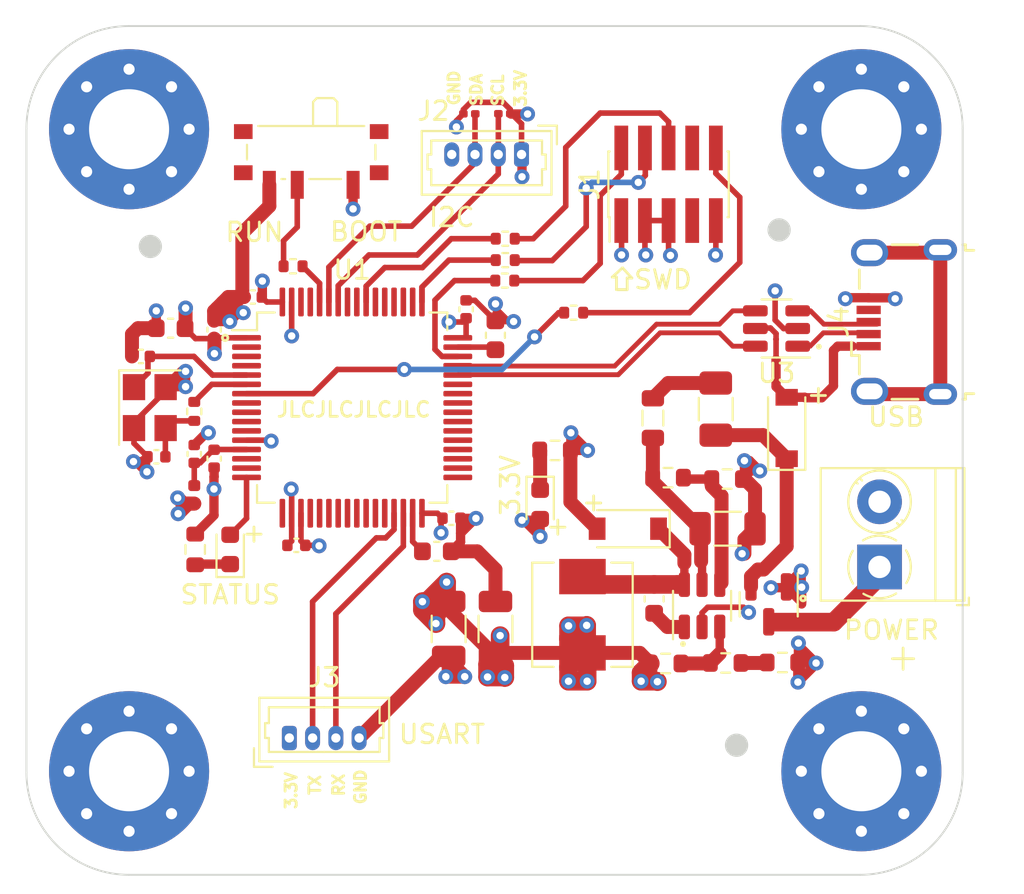
<source format=kicad_pcb>
(kicad_pcb (version 20211014) (generator pcbnew)
  (title_block (title "STM32_USB_Buck") (date "2022-05-17") (rev "v1.0") (company "Polar"))
  (layers (0 "F.Cu" signal) (1 "In1.Cu" power) (2 "In2.Cu" power) (31 "B.Cu" signal) (34 "B.Paste" user) (35 "F.Paste" user) (36 "B.SilkS" user "B.Silkscreen") (37 "F.SilkS" user "F.Silkscreen") (38 "B.Mask" user) (39 "F.Mask" user) (44 "Edge.Cuts" user))
  (net 0 "")
  (net 1 "+3V3")
  (net 2 "GND")
  (net 3 "Net-(C7-Pad1)")
  (net 4 "Net-(C8-Pad1)")
  (net 5 "HSE_IN")
  (net 6 "Net-(C10-Pad1)")
  (net 7 "+3.3VA")
  (net 8 "BUCK_IN")
  (net 9 "BUCK_BST")
  (net 10 "BUCK_SW")
  (net 11 "Net-(D1-Pad1)")
  (net 12 "LTE_STATUS")
  (net 13 "Net-(D2-Pad1)")
  (net 14 "+5V")
  (net 15 "Net-(D4-Pad1)")
  (net 16 "+12V")
  (net 17 "Net-(J1-Pad2)")
  (net 18 "Net-(J1-Pad4)")
  (net 19 "Net-(J1-Pad6)")
  (net 22 "Net-(J1-Pad10)")
  (net 23 "I2C1_SCL")
  (net 24 "I2C1_SDA")
  (net 25 "USART3_TX")
  (net 26 "USART3_RX")
  (net 27 "USB_CONN_D-")
  (net 28 "USB_CONN_D+")
  (net 30 "unconnected-(J4-Pad6)")
  (net 31 "BOOT0")
  (net 32 "Net-(R1-Pad2)")
  (net 33 "HSE_OUT")
  (net 34 "BUCK_EN")
  (net 35 "BUCK_FB")
  (net 36 "Net-(R10-Pad1)")
  (net 37 "SWDIO")
  (net 38 "SWCLK")
  (net 39 "SWO")
  (net 40 "NRST")
  (net 71 "USB_D-")
  (net 72 "USB_D+")
  (net 82 "Net-(F1-Pad2)")
  (footprint "Resistor_SMD:R_0603_1608Metric" (layer "F.Cu") (at 159.8168 117.094)
    (fp_text reference "R10")
    (fp_text value "15k")
  )
  (footprint "LED_SMD:LED_0603_1608Metric" (layer "F.Cu") (at 146.8 108.6 -90)
    (fp_text reference "D4")
    (fp_text value "RED")
  )
  (footprint "MountingHole:MountingHole_4.3mm_M4_Pad_Via" (layer "F.Cu") (at 164.0586 88.4428)
    (fp_text reference "H1")
    (fp_text value "MountingHole_Pad")
  )
  (footprint "Diode_SMD:D_SOD-123" (layer "F.Cu") (at 160.0454 104.4956 90)
    (fp_text reference "D2")
    (fp_text value "B5817W")
  )
  (footprint "Capacitor_SMD:C_0603_1608Metric" (layer "F.Cu") (at 144.3962 99.5138 90)
    (fp_text reference "C8")
    (fp_text value "2u2")
  )
  (footprint "LED_SMD:LED_0603_1608Metric" (layer "F.Cu") (at 130.1468 111.02 90)
    (fp_text reference "D1")
    (fp_text value "BLUE")
  )
  (footprint "Resistor_SMD:R_0402_1005Metric" (layer "F.Cu") (at 144.925 94.325 180)
    (fp_text reference "R14")
    (fp_text value "22")
  )
  (footprint "Capacitor_SMD:C_0402_1005Metric" (layer "F.Cu") (at 128.2164 105.8892 90)
    (fp_text reference "C11")
    (fp_text value "1u")
  )
  (footprint "Resistor_SMD:R_0603_1608Metric" (layer "F.Cu") (at 156.845 107.2388)
    (fp_text reference "R7")
    (fp_text value "68k")
  )
  (footprint "Capacitor_SMD:C_1206_3216Metric" (layer "F.Cu") (at 156.8704 109.9058)
    (fp_text reference "C13")
    (fp_text value "10u")
  )
  (footprint "Package_TO_SOT_SMD:SOT-23" (layer "F.Cu") (at 159.0802 113.9698 -90)
    (fp_text reference "Q1")
    (fp_text value "AO3401A")
  )
  (footprint "Button_Switch_SMD:SW_SPDT_PCM12" (layer "F.Cu") (at 134.5 90 180)
    (fp_text reference "SW1")
    (fp_text value "SW_SPDT")
  )
  (footprint "Resistor_SMD:R_0603_1608Metric" (layer "F.Cu") (at 156.7688 117.1194)
    (fp_text reference "R9")
    (fp_text value "270")
  )
  (footprint "Inductor_SMD:L_0805_2012Metric" (layer "F.Cu") (at 152.8572 103.9622 -90)
    (fp_text reference "FB1")
    (fp_text value "600 @ 600MHz")
  )
  (footprint "Diode_SMD:D_SOD-123" (layer "F.Cu") (at 151.511 109.9058 180)
    (fp_text reference "D3")
    (fp_text value "B5817W")
  )
  (footprint "Capacitor_SMD:C_0603_1608Metric" (layer "F.Cu") (at 152.925 113.675 90)
    (fp_text reference "C14")
    (fp_text value "10n")
  )
  (footprint "Capacitor_SMD:C_0603_1608Metric" (layer "F.Cu") (at 126.9464 99.1328 180)
    (fp_text reference "C1")
    (fp_text value "4u7")
  )
  (footprint "Resistor_SMD:R_0402_1005Metric" (layer "F.Cu") (at 148.6 98.3 180)
    (fp_text reference "R15")
    (fp_text value "22")
  )
  (footprint "Capacitor_SMD:C_1206_3216Metric" (layer "F.Cu") (at 141.8854 115.2906 90)
    (fp_text reference "C16")
    (fp_text value "10u")
  )
  (footprint "Capacitor_SMD:C_0402_1005Metric" (layer "F.Cu") (at 131.366 97.4564 180)
    (fp_text reference "C6")
    (fp_text value "100n")
  )
  (footprint "Package_TO_SOT_SMD:SOT-23-6" (layer "F.Cu") (at 155.4988 114.046 90)
    (fp_text reference "U2")
    (fp_text value "MP2359DJ-LF-Z")
  )
  (footprint "Crystal:Crystal_SMD_3225-4Pin_3.2x2.5mm" (layer "F.Cu") (at 125.8288 103.4 -90)
    (fp_text reference "Y1")
    (fp_text value "16MHz")
  )
  (footprint "Resistor_SMD:R_0603_1608Metric" (layer "F.Cu") (at 128.2672 111.02 90)
    (fp_text reference "R5")
    (fp_text value "1k5")
  )
  (footprint "Resistor_SMD:R_0603_1608Metric" (layer "F.Cu") (at 153.67 107.1626)
    (fp_text reference "R6")
    (fp_text value "100k")
  )
  (footprint "Resistor_SMD:R_0402_1005Metric" (layer "F.Cu") (at 133.525 95.8054 180)
    (fp_text reference "R1")
    (fp_text value "10k")
  )
  (footprint "Package_QFP:LQFP-64_10x10mm_P0.5mm" (layer "F.Cu") (at 136.7 103.4)
    (fp_text reference "U1")
    (fp_text value "STM32F405RGT6")
  )
  (footprint "Resistor_SMD:R_0402_1005Metric" (layer "F.Cu") (at 128.2164 103.6032 -90)
    (fp_text reference "R2")
    (fp_text value "47")
  )
  (footprint "Package_TO_SOT_SMD:SOT-23-6" (layer "F.Cu") (at 159.5 99.15 180)
    (fp_text reference "U3")
    (fp_text value "USBLC6-2SC6")
  )
  (footprint "Inductor_SMD:L_Sunlord_MWSA0518_5.4x5.2mm" (layer "F.Cu") (at 149.0726 114.5286 -90)
    (fp_text reference "L2")
    (fp_text value "10u")
  )
  (footprint "MountingHole:MountingHole_4.3mm_M4_Pad_Via" (layer "F.Cu") (at 164.0586 122.936)
    (fp_text reference "H3")
    (fp_text value "MountingHole_Pad")
  )
  (footprint "Connector_Molex:Molex_PicoBlade_53047-0410_1x04_P1.25mm_Vertical" (layer "F.Cu") (at 133.325 121.15)
    (fp_text reference "J3")
    (fp_text value "USART3")
  )
  (footprint "Capacitor_SMD:C_0402_1005Metric" (layer "F.Cu") (at 126.1844 106.0416 180)
    (fp_text reference "C10")
    (fp_text value "10p")
  )
  (footprint "Capacitor_SMD:C_1206_3216Metric" (layer "F.Cu") (at 144.4 115.2906 -90)
    (fp_text reference "C15")
    (fp_text value "10u")
  )
  (footprint "Capacitor_SMD:C_0402_1005Metric" (layer "F.Cu") (at 142.034 109.3436)
    (fp_text reference "C4")
    (fp_text value "100n")
  )
  (footprint "Capacitor_SMD:C_0402_1005Metric" (layer "F.Cu") (at 129.2832 99.2116 90)
    (fp_text reference "C3")
    (fp_text value "100n")
  )
  (footprint "Resistor_SMD:R_0201_0603Metric" (layer "F.Cu") (at 144.8748 87.6084 180)
    (fp_text reference "R3")
    (fp_text value "2k2")
  )
  (footprint "Inductor_SMD:L_0402_1005Metric" (layer "F.Cu") (at 128.2164 108.0736 90)
    (fp_text reference "L1")
    (fp_text value "39n")
  )
  (footprint "Capacitor_SMD:C_0402_1005Metric" (layer "F.Cu") (at 125.35 100.65 180)
    (fp_text reference "C9")
    (fp_text value "10p")
  )
  (footprint "Connector_Molex:Molex_PicoBlade_53047-0410_1x04_P1.25mm_Vertical" (layer "F.Cu") (at 145.8 89.8 180)
    (fp_text reference "J2")
    (fp_text value "I2C1")
  )
  (footprint "Resistor_SMD:R_0402_1005Metric" (layer "F.Cu") (at 144.925 95.475 180)
    (fp_text reference "R13")
    (fp_text value "22")
  )
  (footprint "Resistor_SMD:R_0402_1005Metric" (layer "F.Cu") (at 144.9 96.575 180)
    (fp_text reference "R12")
    (fp_text value "22")
  )
  (footprint "MountingHole:MountingHole_4.3mm_M4_Pad_Via" (layer "F.Cu") (at 124.714 122.936)
    (fp_text reference "H2")
    (fp_text value "MountingHole_Pad")
  )
  (footprint "Capacitor_SMD:C_0603_1608Metric" (layer "F.Cu") (at 141.25 111.1216)
    (fp_text reference "C7")
    (fp_text value "2u2")
  )
  (footprint "Resistor_SMD:R_0201_0603Metric" (layer "F.Cu") (at 142.9952 87.6156)
    (fp_text reference "R4")
    (fp_text value "2k2")
  )
  (footprint "Capacitor_SMD:C_0402_1005Metric" (layer "F.Cu") (at 133.7 110.8 180)
    (fp_text reference "C2")
    (fp_text value "100n")
  )
  (footprint "Resistor_SMD:R_0603_1608Metric" (layer "F.Cu") (at 153.543 117.1448)
    (fp_text reference "R8")
    (fp_text value "57k")
  )
  (footprint "TerminalBlock_Phoenix:TerminalBlock_Phoenix_PT-1,5-2-3.5-H_1x02_P3.50mm_Horizontal" (layer "F.Cu") (at 165.035 111.9606 90)
    (fp_text reference "J5")
    (fp_text value "PWR_12V")
  )
  (footprint "Connector_PinHeader_1.27mm:PinHeader_2x05_P1.27mm_Vertical_SMD" (layer "F.Cu") (at 153.7 91.4 90)
    (fp_text reference "J1")
    (fp_text value "SWD")
  )
  (footprint "Capacitor_SMD:C_0402_1005Metric" (layer "F.Cu") (at 142.8214 98.1168 90)
    (fp_text reference "C5")
    (fp_text value "100n")
  )
  (footprint "Capacitor_SMD:C_0402_1005Metric" (layer "F.Cu") (at 129.2832 106.1432 -90)
    (fp_text reference "C12")
    (fp_text value "10n")
  )
  (footprint "Resistor_SMD:R_0603_1608Metric" (layer "F.Cu") (at 147.6 105.7)
    (fp_text reference "R11")
    (fp_text value "270")
  )
  (footprint "Connector_USB:USB_Micro-B_Wuerth_629105150521" (layer "F.Cu") (at 166.35 98.8 90)
    (fp_text reference "J4")
    (fp_text value "USB_B_Micro")
  )
  (footprint "Fuse:Fuse_1206_3216Metric" (layer "F.Cu") (at 156.2354 103.4796 90)
    (fp_text reference "F1")
    (fp_text value "250mA")
  )
  (footprint "MountingHole:MountingHole_4.3mm_M4_Pad_Via" (layer "F.Cu") (at 124.714 88.4428)
    (fp_text reference "H4")
    (fp_text value "MountingHole_Pad")
  )
  (gr_line locked (start 150.975 97.0625) (end 151.45 97.0625) (layer "F.SilkS") (width 0.15))
  (gr_circle locked (center 154.475 116.1) (end 154.55 116.125) (layer "F.SilkS") (width 0.15) (fill none))
  (gr_circle locked (center 129.875 99.65) (end 129.925 99.7) (layer "F.SilkS") (width 0.15) (fill none))
  (gr_line locked (start 150.675 96.3875) (end 150.9 96.3875) (layer "F.SilkS") (width 0.15))
  (gr_line locked (start 151.475 97.0625) (end 151.475 96.4375) (layer "F.SilkS") (width 0.15))
  (gr_line locked (start 151.225 95.8875) (end 150.675 96.3875) (layer "F.SilkS") (width 0.15))
  (gr_line locked (start 150.9 97.0625) (end 150.975 97.0625) (layer "F.SilkS") (width 0.15))
  (gr_circle locked (center 160.925 113.65) (end 160.95 113.7) (layer "F.SilkS") (width 0.15) (fill none))
  (gr_line locked (start 151.475 96.4375) (end 151.725 96.4375) (layer "F.SilkS") (width 0.15))
  (gr_line locked (start 150.9 96.3875) (end 150.9 97.0625) (layer "F.SilkS") (width 0.15))
  (gr_circle locked (center 161.775 100.125) (end 161.85 100.15) (layer "F.SilkS") (width 0.15) (fill none))
  (gr_line locked (start 151 97.0625) (end 151.475 97.0625) (layer "F.SilkS") (width 0.15))
  (gr_line locked (start 151.725 96.4375) (end 151.225 95.8875) (layer "F.SilkS") (width 0.15))
  (gr_circle locked (center 157.353 121.539) (end 157.929 121.539) (layer "Edge.Cuts") (width 0.1) (fill solid))
  (gr_arc locked (start 164 82.9) (mid 167.889087 84.510913) (end 169.5 88.4) (layer "Edge.Cuts") (width 0.1))
  (gr_line locked (start 124.7 82.9) (end 164 82.9) (layer "Edge.Cuts") (width 0.1))
  (gr_arc locked (start 124.7 128.5) (mid 120.810913 126.889087) (end 119.2 123) (layer "Edge.Cuts") (width 0.1))
  (gr_circle locked (center 125.857 94.742) (end 126.433 94.742) (layer "Edge.Cuts") (width 0.1) (fill solid))
  (gr_circle locked (center 159.639 93.853) (end 160.215 93.853) (layer "Edge.Cuts") (width 0.1) (fill solid))
  (gr_line locked (start 164 128.5) (end 124.7 128.5) (layer "Edge.Cuts") (width 0.1))
  (gr_line locked (start 119.2 123) (end 119.2 88.4) (layer "Edge.Cuts") (width 0.1))
  (gr_arc locked (start 119.2 88.4) (mid 120.810913 84.510913) (end 124.7 82.9) (layer "Edge.Cuts") (width 0.1))
  (gr_line locked (start 169.5 88.4) (end 169.5 123) (layer "Edge.Cuts") (width 0.1))
  (gr_arc locked (start 169.5 123) (mid 167.889087 126.889087) (end 164 128.5) (layer "Edge.Cuts") (width 0.1))
  (gr_text "3.3V" (at 145.75 86.25 90) (layer "F.SilkS") (effects (font (size 0.6 0.6))))
  (gr_text "BOOT" (at 137.45 93.95) (layer "F.SilkS") (effects (font (size 1 1))))
  (gr_text "+" (at 147.75 109.75) (layer "F.SilkS") (effects (font (size 1 1))))
  (gr_text "SDA\n" (at 143.375 86.325 90) (layer "F.SilkS") (effects (font (size 0.6 0.6))))
  (gr_text "USART" (at 141.525 120.95) (layer "F.SilkS") (effects (font (size 1 1))))
  (gr_text "TX" (at 134.7 123.675 90) (layer "F.SilkS") (effects (font (size 0.6 0.6))))
  (gr_text "RUN" (at 131.45 93.975) (layer "F.SilkS") (effects (font (size 1 1))))
  (gr_text "USB" (at 165.925 103.9) (layer "F.SilkS") (effects (font (size 1 1))))
  (gr_text "+" (at 149.675 108.45) (layer "F.SilkS") (effects (font (size 1 1))))
  (gr_text "STATUS" (at 130.15 113.45) (layer "F.SilkS") (effects (font (size 1 1))))
  (gr_text "SCL\n" (at 144.525 86.35 90) (layer "F.SilkS") (effects (font (size 0.6 0.6))))
  (gr_text "I2C" (at 142.05 93.175) (layer "F.SilkS") (effects (font (size 1 1))))
  (gr_text "3.3V" (at 133.425 123.975 90) (layer "F.SilkS") (effects (font (size 0.6 0.6))))
  (gr_text "+" (at 131.425 110.125) (layer "F.SilkS") (effects (font (size 1 1))))
  (gr_text "POWER" (at 165.675 115.35) (layer "F.SilkS") (effects (font (size 1 1))))
  (gr_text "3.3V\n" (at 145.2 107.575 90) (layer "F.SilkS") (effects (font (size 1 1))))
  (gr_text "JLCJLCJLCJLC" (at 136.779 103.505) (layer "F.SilkS") (effects (font (size 0.8 0.8))))
  (gr_text "RX\n" (at 135.975 123.675 90) (layer "F.SilkS") (effects (font (size 0.6 0.6))))
  (gr_text "SWD" (at 153.4 96.525) (layer "F.SilkS") (effects (font (size 1 1))))
  (gr_text "+" (at 166.3 116.775) (layer "F.SilkS") (effects (font (size 1.5 1.5))))
  (gr_text "GND" (at 137.15 123.775 90) (layer "F.SilkS") (effects (font (size 0.6 0.6))))
  (gr_text "+" (at 161.75 102.675) (layer "F.SilkS") (effects (font (size 1 1))))
  (gr_text "GND" (at 142.175 86.225 90) (layer "F.SilkS") (effects (font (size 0.6 0.6))))
  (segment locked (start 136.75 92.725) (end 136.75 91.43) (width 0.5) (layer "F.Cu") (net 1))
  (segment locked (start 146.7375 109.45) (end 146.8 109.3875) (width 0.5) (layer "F.Cu") (net 1))
  (segment locked (start 129.3248 99.65) (end 131.025 99.65) (width 0.3) (layer "F.Cu") (net 1))
  (segment locked (start 145.825 89.825) (end 145.8 89.8) (width 0.5) (layer "F.Cu") (net 1))
  (segment locked (start 141.478 110.125) (end 141.478 109.4196) (width 0.3) (layer "F.Cu") (net 1))
  (segment locked (start 134.9 110.8) (end 134.925 110.825) (width 0.3) (layer "F.Cu") (net 1))
  (segment locked (start 140.475 113.825) (end 141.876 113.825) (width 1) (layer "F.Cu") (net 1))
  (segment locked (start 148.325 115.125) (end 148.325 115.831) (width 1) (layer "F.Cu") (net 1))
  (segment locked (start 144.812117 87) (end 145.1948 87.382683) (width 0.3) (layer "F.Cu") (net 1))
  (segment locked (start 148.325 115.125) (end 149.275 115.125) (width 1) (layer "F.Cu") (net 1))
  (segment locked (start 151.175 95.2) (end 151.175 93.365) (width 0.3) (layer "F.Cu") (net 1))
  (segment locked (start 145.2584 87.6084) (end 145.8 88.15) (width 0.3) (layer "F.Cu") (net 1))
  (segment locked (start 152.225 117.6378) (end 152.718 117.1448) (width 1) (layer "F.Cu") (net 1))
  (segment locked (start 132.1146 97.725) (end 131.846 97.4564) (width 0.3) (layer "F.Cu") (net 1))
  (segment locked (start 145.825 109.45) (end 145.925 109.45) (width 0.5) (layer "F.Cu") (net 1))
  (segment locked (start 141.775 112.775) (end 141.775 113.7052) (width 1) (layer "F.Cu") (net 1))
  (segment locked (start 132.95 97.725) (end 132.1146 97.725) (width 0.3) (layer "F.Cu") (net 1))
  (segment locked (start 127.8914 108.5586) (end 127.35 109.1) (width 0.75) (layer "F.Cu") (net 1))
  (segment locked (start 149.3 115.1) (end 149.3 116.3512) (width 1) (layer "F.Cu") (net 1))
  (segment locked (start 142.3 88.325) (end 142.3 87.9908) (width 0.3) (layer "F.Cu") (net 1))
  (segment locked (start 142.6182 98.8) (end 142.8214 98.5968) (width 0.3) (layer "F.Cu") (net 1))
  (segment locked (start 143.975 117.875) (end 143.975 117.1906) (width 1) (layer "F.Cu") (net 1))
  (segment locked (start 152.225 118.1) (end 152.225 117.6378) (width 1) (layer "F.Cu") (net 1))
  (segment locked (start 141.2854 109.075) (end 141.554 109.3436) (width 0.3) (layer "F.Cu") (net 1))
  (segment locked (start 149.275 115.125) (end 149.3 115.1) (width 1) (layer "F.Cu") (net 1))
  (segment locked (start 140.45 109.075) (end 141.2854 109.075) (width 0.3) (layer "F.Cu") (net 1))
  (segment locked (start 151.175 93.365) (end 151.16 93.35) (width 0.3) (layer "F.Cu") (net 1))
  (segment locked (start 149.3 116.3512) (end 149.0726 116.5786) (width 1) (layer "F.Cu") (net 1))
  (segment locked (start 141.775 113.7052) (end 141.8854 113.8156) (width 1) (layer "F.Cu") (net 1))
  (segment locked (start 141.2 114.501) (end 141.8854 113.8156) (width 1) (layer "F.Cu") (net 1))
  (segment locked (start 143.975 117.1906) (end 144.4 116.7656) (width 1) (layer "F.Cu") (net 1))
  (segment locked (start 144.875 117.875) (end 144.9 117.9) (width 1) (layer "F.Cu") (net 1))
  (segment locked (start 146.8 110.325) (end 146.8 109.3875) (width 0.5) (layer "F.Cu") (net 1))
  (segment locked (start 134.18 110.8) (end 134.9 110.8) (width 0.3) (layer "F.Cu") (net 1))
  (segment locked (start 149.325 116.831) (end 149.0726 116.5786) (width 1) (layer "F.Cu") (net 1))
  (segment locked (start 143.065083 87) (end 144.812117 87) (width 0.3) (layer "F.Cu") (net 1))
  (segment locked (start 144.9 117.2656) (end 144.4 116.7656) (width 1) (layer "F.Cu") (net 1))
  (segment locked (start 140.475 113.825) (end 140.725 113.825) (width 1) (layer "F.Cu") (net 1))
  (segment locked (start 146.125 87.625) (end 145.23432 87.625) (width 0.5) (layer "F.Cu") (net 1))
  (segment locked (start 140.475 114.275) (end 141.2 115) (width 1) (layer "F.Cu") (net 1))
  (segment locked (start 141.8854 113.8156) (end 141.8854 114.251) (width 0.75) (layer "F.Cu") (net 1))
  (segment locked (start 127.7214 99.1328) (end 128.2802 99.6916) (width 0.3) (layer "F.Cu") (net 1))
  (segment locked (start 144.9 117.9) (end 144.9 117.2656) (width 1) (layer "F.Cu") (net 1))
  (segment locked (start 128.2802 99.6916) (end 129.2832 99.6916) (width 0.3) (layer "F.Cu") (net 1))
  (segment locked (start 134.18 110.8) (end 133.95 110.57) (width 0.3) (layer "F.Cu") (net 1))
  (segment locked (start 127.75 98.05) (end 127.75 99.1042) (width 0.75) (layer "F.Cu") (net 1))
  (segment locked (start 129.3 99.7084) (end 129.2832 99.6916) (width 0.75) (layer "F.Cu") (net 1))
  (segment locked (start 140.725 113.825) (end 141.775 112.775) (width 1) (layer "F.Cu") (net 1))
  (segment locked (start 152.1518 116.5786) (end 152.718 117.1448) (width 0.75) (layer "F.Cu") (net 1))
  (segment locked (start 145.825 91) (end 145.825 89.825) (width 0.5) (layer "F.Cu") (net 1))
  (segment locked (start 145.8 88.15) (end 145.8 89.8) (width 0.3) (layer "F.Cu") (net 1))
  (segment locked (start 149.0726 116.5786) (end 152.1518 116.5786) (width 0.75) (layer "F.Cu") (net 1))
  (segment locked (start 131.875 97.4274) (end 131.846 97.4564) (width 0.5) (layer "F.Cu") (net 1))
  (segment locked (start 145.825 109.45) (end 146.7375 109.45) (width 0.5) (layer "F.Cu") (net 1))
  (segment locked (start 148.325 118.1) (end 148.325 117.3262) (width 1) (layer "F.Cu") (net 1))
  (segment locked (start 140.475 113.825) (end 140.475 114.275) (width 1) (layer "F.Cu") (net 1))
  (segment locked (start 148.325 117.3262) (end 149.0726 116.5786) (width 1) (layer "F.Cu") (net 1))
  (segment locked (start 149.325 118.1) (end 149.325 116.831) (width 1) (layer "F.Cu") (net 1))
  (segment locked (start 142.6752 87.6156) (end 142.6752 87.389883) (width 0.3) (layer "F.Cu") (net 1))
  (segment locked (start 145.925 109.45) (end 146.8 110.325) (width 0.5) (layer "F.Cu") (net 1))
  (segment locked (start 142.3 87.9908) (end 142.6752 87.6156) (width 0.3) (layer "F.Cu") (net 1))
  (segment locked (start 127.6336 108.5586) (end 128.2164 108.5586) (width 0.75) (layer "F.Cu") (net 1))
  (segment locked (start 144.65 115.65) (end 144.65 116.5156) (width 1) (layer "F.Cu") (net 1))
  (segment locked (start 127.75 99.1042) (end 127.7214 99.1328) (width 0.75) (layer "F.Cu") (net 1))
  (segment locked (start 131.875 96.6) (end 131.875 97.4274) (width 0.5) (layer "F.Cu") (net 1))
  (segment locked (start 149.0726 116.5786) (end 144.587 116.5786) (width 0.75) (layer "F.Cu") (net 1))
  (segment locked (start 153.075 118.1) (end 153.1 118.125) (width 1) (layer "F.Cu") (net 1))
  (segment locked (start 142.6752 87.389883) (end 143.065083 87) (width 0.3) (layer "F.Cu") (net 1))
  (segment locked (start 141.2 115) (end 141.2 114.501) (width 1) (layer "F.Cu") (net 1))
  (segment locked (start 133.95 110.57) (end 133.95 109.075) (width 0.3) (layer "F.Cu") (net 1))
  (segment locked (start 152.718 117.1448) (end 152.718 117.743) (width 0.75) (layer "F.Cu") (net 1))
  (segment locked (start 129.2832 99.6916) (end 129.3248 99.65) (width 0.3) (layer "F.Cu") (net 1))
  (segment locked (start 141.9 98.8) (end 142.6182 98.8) (width 0.3) (layer "F.Cu") (net 1))
  (segment locked (start 141.8854 114.251) (end 144.4 116.7656) (width 0.75) (layer "F.Cu") (net 1))
  (segment locked (start 145.1948 87.382683) (end 145.1948 87.6084) (width 0.3) (layer "F.Cu") (net 1))
  (segment locked (start 127.325 108.25) (end 127.6336 108.5586) (width 0.75) (layer "F.Cu") (net 1))
  (segment locked (start 128.2164 108.5586) (end 127.8914 108.5586) (width 0.75) (layer "F.Cu") (net 1))
  (segment locked (start 141.876 113.825) (end 141.8854 113.8156) (width 1) (layer "F.Cu") (net 1))
  (segment locked (start 148.325 118.1) (end 149.325 118.1) (width 1) (layer "F.Cu") (net 1))
  (segment locked (start 152.225 118.1) (end 153.075 118.1) (width 1) (layer "F.Cu") (net 1))
  (segment locked (start 148.325 115.831) (end 149.0726 116.5786) (width 1) (layer "F.Cu") (net 1))
  (segment locked (start 145.23432 87.625) (end 145.23432 87.6084) (width 0.5) (layer "F.Cu") (net 1))
  (segment locked (start 144.587 116.5786) (end 144.4 116.7656) (width 0.75) (layer "F.Cu") (net 1))
  (segment locked (start 129.3 100.5) (end 129.3 99.7084) (width 0.75) (layer "F.Cu") (net 1))
  (segment locked (start 144.65 116.5156) (end 144.4 116.7656) (width 1) (layer "F.Cu") (net 1))
  (segment locked (start 152.718 117.743) (end 153.1 118.125) (width 0.75) (layer "F.Cu") (net 1))
  (segment locked (start 143.975 117.875) (end 144.875 117.875) (width 1) (layer "F.Cu") (net 1))
  (segment locked (start 145.1948 87.6084) (end 145.2584 87.6084) (width 0.3) (layer "F.Cu") (net 1))
  (segment locked (start 142.8214 98.5968) (end 142.8214 99.6414) (width 0.3) (layer "F.Cu") (net 1))
  (via locked (at 152.225 118.1) (size 0.8) (drill 0.4) (layers "F.Cu" "B.Cu") (net 1))
  (via locked (at 148.325 118.1) (size 0.8) (drill 0.4) (layers "F.Cu" "B.Cu") (net 1))
  (via locked (at 145.825 109.45) (size 0.8) (drill 0.4) (layers "F.Cu" "B.Cu") (net 1))
  (via locked (at 131.875 96.6) (size 0.8) (drill 0.4) (layers "F.Cu" "B.Cu") (net 1))
  (via locked (at 153.1 118.125) (size 0.8) (drill 0.4) (layers "F.Cu" "B.Cu") (net 1))
  (via locked (at 141.9 98.8) (size 0.8) (drill 0.4) (layers "F.Cu" "B.Cu") (net 1))
  (via locked (at 144.9 117.9) (size 0.8) (drill 0.4) (layers "F.Cu" "B.Cu") (net 1))
  (via locked (at 143.975 117.875) (size 0.8) (drill 0.4) (layers "F.Cu" "B.Cu") (net 1))
  (via locked (at 136.75 92.725) (size 0.8) (drill 0.4) (layers "F.Cu" "B.Cu") (net 1))
  (via locked (at 141.478 110.125) (size 0.8) (drill 0.4) (layers "F.Cu" "B.Cu") (net 1))
  (via locked (at 145.825 91) (size 0.8) (drill 0.4) (layers "F.Cu" "B.Cu") (net 1))
  (via locked (at 148.325 115.125) (size 0.8) (drill 0.4) (layers "F.Cu" "B.Cu") (net 1))
  (via locked (at 149.325 118.1) (size 0.8) (drill 0.4) (layers "F.Cu" "B.Cu") (net 1))
  (via locked (at 151.175 95.2) (size 0.8) (drill 0.4) (layers "F.Cu" "B.Cu") (net 1))
  (via locked (at 144.65 115.65) (size 0.8) (drill 0.4) (layers "F.Cu" "B.Cu") (net 1))
  (via locked (at 127.75 98.05) (size 0.8) (drill 0.4) (layers "F.Cu" "B.Cu") (net 1))
  (via locked (at 146.8 110.325) (size 0.8) (drill 0.4) (layers "F.Cu" "B.Cu") (net 1))
  (via locked (at 141.2 115) (size 0.8) (drill 0.4) (layers "F.Cu" "B.Cu") (net 1))
  (via locked (at 146.125 87.625) (size 0.8) (drill 0.4) (layers "F.Cu" "B.Cu") (net 1))
  (via locked (at 142.3 88.325) (size 0.8) (drill 0.4) (layers "F.Cu" "B.Cu") (net 1))
  (via locked (at 127.35 109.1) (size 0.8) (drill 0.4) (layers "F.Cu" "B.Cu") (net 1))
  (via locked (at 141.775 112.775) (size 0.8) (drill 0.4) (layers "F.Cu" "B.Cu") (net 1))
  (via locked (at 129.3 100.5) (size 0.8) (drill 0.4) (layers "F.Cu" "B.Cu") (net 1))
  (via locked (at 127.325 108.25) (size 0.8) (drill 0.4) (layers "F.Cu" "B.Cu") (net 1))
  (via locked (at 140.475 113.825) (size 0.8) (drill 0.4) (layers "F.Cu" "B.Cu") (net 1))
  (via locked (at 134.925 110.825) (size 0.8) (drill 0.4) (layers "F.Cu" "B.Cu") (net 1))
  (via locked (at 149.3 115.1) (size 0.8) (drill 0.4) (layers "F.Cu" "B.Cu") (net 1))
  (segment locked (start 126.175 98.2) (end 126.175 99.1292) (width 0.5) (layer "F.Cu") (net 2))
  (segment locked (start 163.254511 97.495489) (end 164.45 97.495489) (width 0.5) (layer "F.Cu") (net 2))
  (segment locked (start 152.43 95.155) (end 152.475 95.2) (width 0.3) (layer "F.Cu") (net 2))
  (segment locked (start 129.75 97.75) (end 130.0436 97.4564) (width 0.75) (layer "F.Cu") (net 2))
  (segment locked (start 161.625 117.175) (end 160.65 118.15) (width 0.5) (layer "F.Cu") (net 2))
  (segment locked (start 157.77452 110.47668) (end 157.77452 111.25) (width 0.75) (layer "F.Cu") (net 2))
  (segment locked (start 127.5288 101.45) (end 127.2644 101.7144) (width 0.5) (layer "F.Cu") (net 2))
  (segment locked (start 141.8854 116.7656) (end 141.8854 117.7026) (width 0.75) (layer "F.Cu") (net 2))
  (segment locked (start 165.825 97.5) (end 165.875 97.55) (width 0.5) (layer "F.Cu") (net 2))
  (segment locked (start 130.85 98.3) (end 130.475 97.925) (width 0.5) (layer "F.Cu") (net 2))
  (segment locked (start 160.675 116.05) (end 160.675 116.175) (width 0.5) (layer "F.Cu") (net 2))
  (segment locked (start 125.7044 106.0416) (end 125.7044 106.8206) (width 0.3) (layer "F.Cu") (net 2))
  (segment locked (start 160.85 113.8521) (end 160.0302 113.0323) (width 0.5) (layer "F.Cu") (net 2))
  (segment locked (start 145.125 98.775) (end 145.375 98.775) (width 0.3) (layer "F.Cu") (net 2))
  (segment locked (start 156.24 93.35) (end 156.24 95.185) (width 0.3) (layer "F.Cu") (net 2))
  (segment locked (start 125.1922 99.1328) (end 126.1714 99.1328) (width 0.75) (layer "F.Cu") (net 2))
  (segment locked (start 144.4 98.05) (end 145.125 98.775) (width 0.3) (layer "F.Cu") (net 2))
  (segment locked (start 129.2832 98.7316) (end 129.2832 98.2168) (width 0.75) (layer "F.Cu") (net 2))
  (segment locked (start 148.45 104.75) (end 148.45 105.675) (width 0.5) (layer "F.Cu") (net 2))
  (segment locked (start 130.85 98.3) (end 130.3 98.3) (width 0.5) (layer "F.Cu") (net 2))
  (segment locked (start 160.675 116.175) (end 161.625 117.125) (width 0.5) (layer "F.Cu") (net 2))
  (segment locked (start 125.5 106.85) (end 124.95 106.3) (width 0.3) (layer "F.Cu") (net 2))
  (segment locked (start 148.45 104.8) (end 149.35 105.7) (width 0.5) (layer "F.Cu") (net 2))
  (segment locked (start 129.275 107.775) (end 129.275 107.1164) (width 0.5) (layer "F.Cu") (net 2))
  (segment locked (start 141.4594 116.7656) (end 137.075 121.15) (width 0.75) (layer "F.Cu") (net 2))
  (segment locked (start 159.9875 113.075) (end 160.0302 113.0323) (width 0.5) (layer "F.Cu") (net 2))
  (segment locked (start 157.725 114.125) (end 158 114.4) (width 0.3) (layer "F.Cu") (net 2))
  (segment locked (start 142.025 111.1216) (end 143.4216 111.1216) (width 0.75) (layer "F.Cu") (net 2))
  (segment locked (start 130.425 97.9174) (end 130.886 97.4564) (width 0.5) (layer "F.Cu") (net 2))
  (segment locked (start 144.4 112.1) (end 144.4 113.8156) (width 0.75) (layer "F.Cu") (net 2))
  (segment locked (start 160.6418 117.094) (end 160.6418 118.1418) (width 0.5) (layer "F.Cu") (net 2))
  (segment locked (start 124.9788 104.5) (end 124.9788 104.200978) (width 0.3) (layer "F.Cu") (net 2))
  (segment locked (start 143.2942 97.6368) (end 144.3962 98.7388) (width 0.3) (layer "F.Cu") (net 2))
  (segment locked (start 124.95 106.3) (end 125.446 106.3) (width 0.5) (layer "F.Cu") (net 2))
  (segment locked (start 133.45 99.55) (end 133.45 97.725) (width 0.3) (layer "F.Cu") (net 2))
  (segment locked (start 143.325 109.35) (end 142.525 110.15) (width 0.5) (layer "F.Cu") (net 2))
  (segment locked (start 155.4988 114.4262) (end 155.8 114.125) (width 0.3) (layer "F.Cu") (net 2))
  (segment locked (start 142.525 110.15) (end 142.525 110.6216) (width 0.5) (layer "F.Cu") (net 2))
  (segment locked (start 157.775 106.25) (end 158.05 106.25) (width 0.5) (layer "F.Cu") (net 2))
  (segment locked (start 130.85 98.3) (end 130.6 98.3) (width 0.5) (layer "F.Cu") (net 2))
  (segment locked (start 126.7038 102.275) (end 126.6788 102.3) (width 0.5) (layer "F.Cu") (net 2))
  (segment locked (start 160.825 113.025) (end 160.85 113.05) (width 0.5) (layer "F.Cu") (net 2))
  (segment locked (start 157.7888 107.2388) (end 158.3454 107.7954) (width 0.75) (layer "F.Cu") (net 2))
  (segment locked (start 131.025 105.15) (end 132.3 105.15) (width 0.3) (layer "F.Cu") (net 2))
  (segment locked (start 160.6728 117.125) (end 160.6418 117.094) (width 0.5) (layer "F.Cu") (net 2))
  (segment locked (start 127.2644 101.7894) (end 127.2644 101.7144) (width 0.5) (layer "F.Cu") (net 2))
  (segment locked (start 152.43 93.35) (end 153.7 93.35) (width 0.3) (layer "F.Cu") (net 2))
  (segment locked (start 127.75 102.275) (end 127.2644 101.7894) (width 0.5) (layer "F.Cu") (net 2))
  (segment locked (start 157.67 107.2388) (end 157.7888 107.2388) (width 0.75) (layer "F.Cu") (net 2))
  (segment locked (start 125.446 106.3) (end 125.7044 106.0416) (width 0.5) (layer "F.Cu") (net 2))
  (segment locked (start 128.8756 104.75) (end 128.2164 105.4092) (width 0.5) (layer "F.Cu") (net 2))
  (segment locked (start 143.35 109.35) (end 142.5204 109.35) (width 0.5) (layer "F.Cu") (net 2))
  (segment locked (start 158.3454 107.7954) (end 158.3454 109.9058) (width 0.75) (layer "F.Cu") (net 2))
  (segment locked (start 160.0302 113.0323) (end 160.0302 112.9698) (width 0.5) (layer "F.Cu") (net 2))
  (segment locked (start 133.22 110.8) (end 133.45 110.57) (width 0.3) (layer "F.Cu") (net 2))
  (segment locked (start 153.7 93.35) (end 153.7 95.125) (width 0.3) (layer "F.Cu") (net 2))
  (segment locked (start 130.8 94.025) (end 130.8 97.3704) (width 0.75) (layer "F.Cu") (net 2))
  (segment locked (start 132.25 91.43) (end 132.25 92.575) (width 0.75) (layer "F.Cu") (net 2))
  (segment locked (start 144.4 98.735) (end 144.3962 98.7388) (width 0.3) (layer "F.Cu") (net 2))
  (segment locked (start 141.732 117.856) (end 142.748 117.856) (width 0.75) (layer "F.Cu") (net 2))
  (segment locked (start 132.3 105.15) (end 132.35 105.2) (width 0.3) (layer "F.Cu") (net 2))
  (segment locked (start 160.0479 113.05) (end 160.0302 113.0323) (width 0.5) (layer "F.Cu") (net 2))
  (segment locked (start 155.4988 115.1835) (end 155.4988 114.4262) (width 0.3) (layer "F.Cu") (net 2))
  (segment locked (start 160.675 117.0608) (end 160.6418 117.094) (width 0.5) (layer "F.Cu") (net 2))
  (segment locked (start 144.4324 98.775) (end 144.3962 98.7388) (width 0.3) (layer "F.Cu") (net 2))
  (segment locked (start 127.2644 101.7144) (end 126.6788 102.3) (width 0.5) (layer "F.Cu") (net 2))
  (segment locked (start 142.525 110.15) (end 142.525 109.3546) (width 0.5) (layer "F.Cu") (net 2))
  (segment locked (start 142.8214 97.6368) (end 143.2942 97.6368) (width 0.3) (layer "F.Cu") (net 2))
  (segment locked (start 127.75 102.275) (end 126.7038 102.275) (width 0.5) (layer "F.Cu") (net 2))
  (segment locked (start 148.45 105.675) (end 148.425 105.7) (width 0.5) (layer "F.Cu") (net 2))
  (segment locked (start 157.775 106.25) (end 157.775 107.1338) (width 0.5) (layer "F.Cu") (net 2))
  (segment locked (start 129.275 107.1164) (end 129.2832 107.1082) (width 0.5) (layer "F.Cu") (net 2))
  (segment locked (start 126.6788 102.500978) (end 126.6788 102.3) (width 0.3) (layer "F.Cu") (net 2))
  (segment locked (start 160.85 113.05) (end 160.85 113.95) (width 0.5) (layer "F.Cu") (net 2))
  (segment locked (start 126.175 99.1292) (end 126.1714 99.1328) (width 0.5) (layer "F.Cu") (net 2))
  (segment locked (start 158.6 106.8) (end 158.1088 106.8) (width 0.5) (layer "F.Cu") (net 2))
  (segment locked (start 156.24 95.185) (end 156.225 95.2) (width 0.3) (layer "F.Cu") (net 2))
  (segment locked (start 133.425 107.775) (end 133.45 107.8) (width 0.3) (layer "F.Cu") (net 2))
  (segment locked (start 157.775 107.1338) (end 157.67 107.2388) (width 0.5) (layer "F.Cu") (net 2))
  (segment locked (start 161.625 117.125) (end 161.625 117.175) (width 0.5) (layer "F.Cu") (net 2))
  (segment locked (start 129.4375 98.0625) (end 129.75 97.75) (width 0.75) (layer "F.Cu") (net 2))
  (segment locked (start 141.8854 117.7026) (end 141.732 117.856) (width 0.75) (layer "F.Cu") (net 2))
  (segment locked (start 141.8854 116.7656) (end 141.8854 116.9934) (width 0.75) (layer "F.Cu") (net 2))
  (segment locked (start 126.6788 102.7) (end 126.6788 102.3) (width 0.3) (layer "F.Cu") (net 2))
  (segment locked (start 129.2832 106.6232) (end 129.2832 107.1082) (width 0.5) (layer "F.Cu") (net 2))
  (segment locked (start 130.3 98.3) (end 129.75 97.75) (width 0.5) (layer "F.Cu") (net 2))
  (segment locked (start 143.0632 97.6368) (end 142.8214 97.6368) (width 0.3) (layer "F.Cu") (net 2))
  (segment locked (start 127.75 101.45) (end 127.5288 101.45) (width 0.5) (layer "F.Cu") (net 2))
  (segment locked (start 148.45 104.75) (end 148.45 104.8) (width 0.5) (layer "F.Cu") (net 2))
  (segment locked (start 158.3454 109.9058) (end 157.77452 110.47668) (width 0.75) (layer "F.Cu") (net 2))
  (segment locked (start 129.2832 98.2168) (end 129.4375 98.0625) (width 0.75) (layer "F.Cu") (net 2))
  (segment locked (start 130.425 97.925) (end 130.425 97.9174) (width 0.5) (layer "F.Cu") (net 2))
  (segment locked (start 125.675 106.85) (end 125.5 106.85) (width 0.3) (layer "F.Cu") (net 2))
  (segment locked (start 164.45 97.5) (end 165.825 97.5) (width 0.5) (layer "F.Cu") (net 2))
  (segment locked (start 124.9788 104.5) (end 124.9788 105.316) (width 0.3) (layer "F.Cu") (net 2))
  (segment locked (start 152.43 93.35) (end 152.43 95.155) (width 0.3) (layer "F.Cu") (net 2))
  (segment locked (start 127.75 101.45) (end 127.75 102.275) (width 0.5) (layer "F.Cu") (net 2))
  (segment locked (start 130.6 98.3) (end 130.125 98.775) (width 0.5) (layer "F.Cu") (net 2))
  (segment locked (start 124.9788 104.200978) (end 126.6788 102.500978) (width 0.3) (layer "F.Cu") (net 2))
  (segment locked (start 153.7 95.125) (end 153.8 95.225) (width 0.3) (layer "F.Cu") (net 2))
  (segment locked (start 142.525 110.6216) (end 142.025 111.1216) (width 0.5) (layer "F.Cu") (net 2))
  (segment locked (start 130.475 97.925) (end 130.425 97.925) (width 0.5) (layer "F.Cu") (net 2))
  (segment locked (start 160.675 116.05) (end 160.675 117.0608) (width 0.5) (layer "F.Cu") (net 2))
  (segment locked (start 145.375 98.775) (end 144.4324 98.775) (width 0.3) (layer "F.Cu") (net 2))
  (segment locked (start 159.2 113.075) (end 159.9875 113.075) (width 0.5) (layer "F.Cu") (net 2))
  (segment locked (start 130.125 98.775) (end 129.3266 98.775) (width 0.5) (layer "F.Cu") (net 2))
  (segment locked (start 155.8 114.125) (end 157.725 114.125) (width 0.3) (layer "F.Cu") (net 2))
  (segment locked (start 128.975 104.75) (end 128.8756 104.75) (width 0.5) (layer "F.Cu") (net 2))
  (segment locked (start 149.35 105.7) (end 148.425 105.7) (width 0.5) (layer "F.Cu") (net 2))
  (segment locked (start 124.9788 105.316) (end 125.7044 106.0416) (width 0.3) (layer "F.Cu") (net 2))
  (segment locked (start 133.45 110.57) (end 133.45 109.075) (width 0.3) (layer "F.Cu") (net 2))
  (segment locked (start 130.8 97.3704) (end 130.886 97.4564) (width 0.75) (layer "F.Cu") (net 2))
  (segment locked (start 129.4375 98.0875) (end 129.4375 98.0625) (width 0.5) (layer "F.Cu") (net 2))
  (segment locked (start 158.05 106.25) (end 158.6 106.8) (width 0.5) (layer "F.Cu") (net 2))
  (segment locked (start 129.3266 98.775) (end 129.2832 98.7316) (width 0.5) (layer "F.Cu") (net 2))
  (segment locked (start 148.425 105.7) (end 148.425 108.4698) (width 0.75) (layer "F.Cu") (net 2))
  (segment locked (start 158.1088 106.8) (end 157.67 107.2388) (width 0.5) (layer "F.Cu") (net 2))
  (segment locked (start 161.625 117.125) (end 160.6728 117.125) (width 0.5) (layer "F.Cu") (net 2))
  (segment locked (start 133.45 107.8) (end 133.45 109.075) (width 0.3) (layer "F.Cu") (net 2))
  (segment locked (start 132.25 92.575) (end 130.8 94.025) (width 0.75) (layer "F.Cu") (net 2))
  (segment locked (start 144.4 97.825) (end 144.4 98.05) (width 0.3) (layer "F.Cu") (net 2))
  (segment locked (start 141.8854 116.7656) (end 141.4594 116.7656) (width 0.75) (layer "F.Cu") (net 2))
  (segment locked (start 160.85 113.05) (end 160.0479 113.05) (width 0.5) (layer "F.Cu") (net 2))
  (segment locked (start 124.87 99.455) (end 125.1922 99.1328) (width 0.75) (layer "F.Cu") (net 2))
  (segment locked (start 160.825 112.175) (end 160.825 113.025) (width 0.5) (layer "F.Cu") (net 2))
  (segment locked (start 129.2832 109.179) (end 128.2672 110.195) (width 0.5) (layer "F.Cu") (net 2))
  (segment locked (start 142.5204 109.35) (end 142.514 109.3436) (width 0.5) (layer "F.Cu") (net 2))
  (segment locked (start 129.275 107.775) (end 129.275 109.1708) (width 0.5) (layer "F.Cu") (net 2))
  (segment locked (start 142.525 109.3546) (end 142.514 109.3436) (width 0.5) (layer "F.Cu") (net 2))
  (segment locked (start 159.425 97.125) (end 159.425 98.696856) (width 0.3) (layer "F.Cu") (net 2))
  (segment locked (start 141.8854 116.9934) (end 142.748 117.856) (width 0.75) (layer "F.Cu") (net 2))
  (segment locked (start 159.878144 99.15) (end 160.6375 99.15) (width 0.3) (layer "F.Cu") (net 2))
  (segment locked (start 130.0436 97.4564) (end 130.886 97.4564) (width 0.75) (layer "F.Cu") (net 2))
  (segment locked (start 144.4 97.825) (end 144.4 98.735) (width 0.3) (layer "F.Cu") (net 2))
  (segment locked (start 159.425 98.696856) (end 159.878144 99.15) (width 0.3) (layer "F.Cu") (net 2))
  (segment locked (start 160.6418 118.1418) (end 160.65 118.15) (width 0.5) (layer "F.Cu") (net 2))
  (segment locked (start 163.2 97.55) (end 163.254511 97.495489) (width 0.5) (layer "F.Cu") (net 2))
  (segment locked (start 160.0302 112.9698) (end 160.825 112.175) (width 0.5) (layer "F.Cu") (net 2))
  (segment locked (start 148.425 108.4698) (end 149.861 109.9058) (width 0.75) (layer "F.Cu") (net 2))
  (segment locked (start 143.35 109.35) (end 143.325 109.35) (width 0.5) (layer "F.Cu") (net 2))
  (segment locked (start 125.7044 106.8206) (end 125.675 106.85) (width 0.3) (layer "F.Cu") (net 2))
  (segment locked (start 124.87 100.65) (end 124.87 99.455) (width 0.75) (layer "F.Cu") (net 2))
  (segment locked (start 143.4216 111.1216) (end 144.4 112.1) (width 0.75) (layer "F.Cu") (net 2))
  (segment locked (start 130.125 98.775) (end 129.4375 98.0875) (width 0.5) (layer "F.Cu") (net 2))
  (via locked (at 145.375 98.775) (size 0.8) (drill 0.4) (layers "F.Cu" "B.Cu") (net 2))
  (via locked (at 165.875 97.55) (size 0.8) (drill 0.4) (layers "F.Cu" "B.Cu") (net 2))
  (via locked (at 159.2 113.075) (size 0.8) (drill 0.4) (layers "F.Cu" "B.Cu") (net 2))
  (via locked (at 130.85 98.3) (size 0.8) (drill 0.4) (layers "F.Cu" "B.Cu") (net 2))
  (via locked (at 152.475 95.2) (size 0.8) (drill 0.4) (layers "F.Cu" "B.Cu") (net 2))
  (via locked (at 159.425 97.125) (size 0.8) (drill 0.4) (layers "F.Cu" "B.Cu") (net 2))
  (via locked (at 160.675 116.05) (size 0.8) (drill 0.4) (layers "F.Cu" "B.Cu") (net 2))
  (via locked (at 156.225 95.2) (size 0.8) (drill 0.4) (layers "F.Cu" "B.Cu") (net 2))
  (via locked (at 148.45 104.75) (size 0.8) (drill 0.4) (layers "F.Cu" "B.Cu") (net 2))
  (via locked (at 133.425 107.775) (size 0.8) (drill 0.4) (layers "F.Cu" "B.Cu") (net 2))
  (via locked (at 128.975 104.75) (size 0.8) (drill 0.4) (layers "F.Cu" "B.Cu") (net 2))
  (via locked (at 127.75 101.45) (size 0.8) (drill 0.4) (layers "F.Cu" "B.Cu") (net 2))
  (via locked (at 161.625 117.125) (size 0.8) (drill 0.4) (layers "F.Cu" "B.Cu") (net 2))
  (via locked (at 133.45 99.55) (size 0.8) (drill 0.4) (layers "F.Cu" "B.Cu") (net 2))
  (via locked (at 157.65 111.25) (size 0.8) (drill 0.4) (layers "F.Cu" "B.Cu") (net 2))
  (via locked (at 125.675 106.85) (size 0.8) (drill 0.4) (layers "F.Cu" "B.Cu") (net 2))
  (via locked (at 130.125 98.775) (size 0.8) (drill 0.4) (layers "F.Cu" "B.Cu") (net 2))
  (via locked (at 132.35 105.2) (size 0.8) (drill 0.4) (layers "F.Cu" "B.Cu") (net 2))
  (via locked (at 160.85 113.05) (size 0.8) (drill 0.4) (layers "F.Cu" "B.Cu") (net 2))
  (via locked (at 142.748 117.856) (size 0.8) (drill 0.4) (layers "F.Cu" "B.Cu") (net 2))
  (via locked (at 124.95 106.3) (size 0.8) (drill 0.4) (layers "F.Cu" "B.Cu") (net 2))
  (via locked (at 153.8 95.225) (size 0.8) (drill 0.4) (layers "F.Cu" "B.Cu") (net 2))
  (via locked (at 144.4 97.825) (size 0.8) (drill 0.4) (layers "F.Cu" "B.Cu") (net 2))
  (via locked (at 126.175 98.2) (size 0.8) (drill 0.4) (layers "F.Cu" "B.Cu") (net 2))
  (via locked (at 163.2 97.55) (size 0.8) (drill 0.4) (layers "F.Cu" "B.Cu") (net 2))
  (via locked (at 141.732 117.856) (size 0.8) (drill 0.4) (layers "F.Cu" "B.Cu") (net 2))
  (via locked (at 160.825 112.175) (size 0.8) (drill 0.4) (layers "F.Cu" "B.Cu") (net 2))
  (via locked (at 157.775 106.25) (size 0.8) (drill 0.4) (layers "F.Cu" "B.Cu") (net 2))
  (via locked (at 143.35 109.35) (size 0.8) (drill 0.4) (layers "F.Cu" "B.Cu") (net 2))
  (via locked (at 149.35 105.7) (size 0.8) (drill 0.4) (layers "F.Cu" "B.Cu") (net 2))
  (via locked (at 158 114.4) (size 0.8) (drill 0.4) (layers "F.Cu" "B.Cu") (net 2))
  (via locked (at 127.75 102.275) (size 0.8) (drill 0.4) (layers "F.Cu" "B.Cu") (net 2))
  (via locked (at 158.6 106.8) (size 0.8) (drill 0.4) (layers "F.Cu" "B.Cu") (net 2))
  (via locked (at 129.275 107.775) (size 0.8) (drill 0.4) (layers "F.Cu" "B.Cu") (net 2))
  (via locked (at 160.65 118.15) (size 0.8) (drill 0.4) (layers "F.Cu" "B.Cu") (net 2))
  (segment locked (start 139.95 109.075) (end 139.95 110.5966) (width 0.3) (layer "F.Cu") (net 3))
  (segment locked (start 139.95 110.5966) (end 140.475 111.1216) (width 0.3) (layer "F.Cu") (net 3))
  (segment locked (start 144.2574 100.15) (end 142.375 100.15) (width 0.3) (layer "F.Cu") (net 4))
  (segment locked (start 144.3962 100.2888) (end 144.2574 100.15) (width 0.3) (layer "F.Cu") (net 4))
  (segment locked (start 128.2 100.65) (end 125.83 100.65) (width 0.3) (layer "F.Cu") (net 5))
  (segment locked (start 129.2 101.65) (end 128.2 100.65) (width 0.3) (layer "F.Cu") (net 5))
  (segment locked (start 125.83 100.65) (end 125.729289 100.750711) (width 0.3) (layer "F.Cu") (net 5))
  (segment locked (start 131.025 101.65) (end 129.2 101.65) (width 0.3) (layer "F.Cu") (net 5))
  (segment locked (start 125.729289 100.750711) (end 125.729289 101.549511) (width 0.3) (layer "F.Cu") (net 5))
  (segment locked (start 125.729289 101.549511) (end 124.9788 102.3) (width 0.3) (layer "F.Cu") (net 5))
  (segment locked (start 128.2164 104.1132) (end 127.0656 104.1132) (width 0.3) (layer "F.Cu") (net 6))
  (segment locked (start 126.6644 106.0416) (end 126.6644 104.5144) (width 0.3) (layer "F.Cu") (net 6))
  (segment locked (start 126.6644 104.5144) (end 126.6788 104.5) (width 0.3) (layer "F.Cu") (net 6))
  (segment locked (start 127.0656 104.1132) (end 126.6788 104.5) (width 0.3) (layer "F.Cu") (net 6))
  (segment locked (start 131.025 105.65) (end 129.2964 105.65) (width 0.3) (layer "F.Cu") (net 7))
  (segment locked (start 128.2164 106.3692) (end 128.2164 107.5886) (width 0.3) (layer "F.Cu") (net 7))
  (segment locked (start 129.2368 105.6632) (end 129.2832 105.6632) (width 0.3) (layer "F.Cu") (net 7))
  (segment locked (start 128.5308 106.3692) (end 129.2368 105.6632) (width 0.3) (layer "F.Cu") (net 7))
  (segment locked (start 128.2164 106.3692) (end 128.5308 106.3692) (width 0.3) (layer "F.Cu") (net 7))
  (segment locked (start 129.2964 105.65) (end 129.2832 105.6632) (width 0.3) (layer "F.Cu") (net 7))
  (segment locked (start 155.3954 109.9058) (end 155.4988 110.0092) (width 0.75) (layer "F.Cu") (net 8))
  (segment locked (start 152.845 107.1626) (end 152.845 107.3554) (width 0.75) (layer "F.Cu") (net 8))
  (segment locked (start 155.3954 109.9058) (end 155.4488 109.9592) (width 0.75) (layer "F.Cu") (net 8))
  (segment locked (start 155.4988 112.9085) (end 155.4988 111.716674) (width 0.45) (layer "F.Cu") (net 8))
  (segment locked (start 152.8572 105.0247) (end 152.8572 107.1504) (width 0.75) (layer "F.Cu") (net 8))
  (segment locked (start 152.845 107.3554) (end 155.3954 109.9058) (width 0.75) (layer "F.Cu") (net 8))
  (segment locked (start 155.4488 109.9592) (end 155.4488 111.666674) (width 0.75) (layer "F.Cu") (net 8))
  (segment locked (start 152.8572 107.1504) (end 152.845 107.1626) (width 0.75) (layer "F.Cu") (net 8))
  (segment locked (start 153.6335 115.1835) (end 154.1725 115.1835) (width 0.75) (layer "F.Cu") (net 9))
  (segment locked (start 152.925 114.45) (end 152.925 114.475) (width 0.75) (layer "F.Cu") (net 9))
  (segment locked (start 154.1725 115.1835) (end 154.178 115.189) (width 0.75) (layer "F.Cu") (net 9))
  (segment locked (start 152.925 114.475) (end 153.6335 115.1835) (width 0.75) (layer "F.Cu") (net 9))
  (segment locked (start 149.494 112.9) (end 149.0726 112.4786) (width 1) (layer "F.Cu") (net 10))
  (segment locked (start 154.175 112.9) (end 154.178 112.903) (width 1) (layer "F.Cu") (net 10))
  (segment locked (start 152.925 112.9) (end 154.175 112.9) (width 1) (layer "F.Cu") (net 10))
  (segment locked (start 152.925 112.9) (end 149.494 112.9) (width 1) (layer "F.Cu") (net 10))
  (segment locked (start 154.54928 111.29408) (end 154.54928 111.76) (width 0.75) (layer "F.Cu") (net 10))
  (segment locked (start 153.161 109.9058) (end 154.54928 111.29408) (width 0.75) (layer "F.Cu") (net 10))
  (segment locked (start 154.5488 112.9085) (end 154.5488 111.76048) (width 0.45) (layer "F.Cu") (net 10))
  (segment locked (start 130.1468 111.8075) (end 128.3047 111.8075) (width 0.5) (layer "F.Cu") (net 11))
  (segment locked (start 128.3047 111.8075) (end 128.2672 111.845) (width 0.5) (layer "F.Cu") (net 11))
  (segment locked (start 131.025 107.15) (end 131.025 109.3543) (width 0.3) (layer "F.Cu") (net 12))
  (segment locked (start 131.025 109.3543) (end 130.1468 110.2325) (width 0.3) (layer "F.Cu") (net 12))
  (segment locked (start 160.0454 110.8546) (end 160.0454 106.1456) (width 0.75) (layer "F.Cu") (net 13))
  (segment locked (start 158.5 112.1) (end 158.1302 112.4698) (width 0.75) (layer "F.Cu") (net 13))
  (segment locked (start 156.2354 104.8796) (end 158.7794 104.8796) (width 0.75) (layer "F.Cu") (net 13))
  (segment locked (start 160.0454 110.8546) (end 158.8 112.1) (width 0.75) (layer "F.Cu") (net 13))
  (segment locked (start 158.7794 104.8796) (end 160.0454 106.1456) (width 0.75) (layer "F.Cu") (net 13))
  (segment locked (start 158.8 112.1) (end 158.5 112.1) (width 0.75) (layer "F.Cu") (net 13))
  (segment locked (start 158.1302 112.4698) (end 158.1302 113.0323) (width 0.75) (layer "F.Cu") (net 13))
  (segment locked (start 161.039778 102.87) (end 161.015378 102.8456) (width 0.5) (layer "F.Cu") (net 14))
  (segment locked (start 161.925 102.87) (end 161.039778 102.87) (width 0.5) (layer "F.Cu") (net 14))
  (segment locked (start 161.015378 102.8456) (end 160.0454 102.8456) (width 0.5) (layer "F.Cu") (net 14))
  (segment locked (start 159.47452 99.72548) (end 159.475 99.72596) (width 0.3) (layer "F.Cu") (net 14))
  (segment locked (start 160.0454 102.8456) (end 159.47452 102.27472) (width 0.5) (layer "F.Cu") (net 14))
  (segment locked (start 162.56 102.235) (end 161.925 102.87) (width 0.5) (layer "F.Cu") (net 14))
  (segment locked (start 162.79 100.1) (end 162.56 100.33) (width 0.5) (layer "F.Cu") (net 14))
  (segment locked (start 159.475 99.72596) (end 159.475 100.825) (width 0.3) (layer "F.Cu") (net 14))
  (segment locked (start 164.45 100.1) (end 163.576 100.1) (width 0.3) (layer "F.Cu") (net 14))
  (segment locked (start 159.47452 102.27472) (end 159.47452 100.82548) (width 0.5) (layer "F.Cu") (net 14))
  (segment locked (start 159.475 99.725) (end 159.475 99.425) (width 0.3) (layer "F.Cu") (net 14))
  (segment locked (start 159.47452 100.82548) (end 159.475 100.825) (width 0.5) (layer "F.Cu") (net 14))
  (segment locked (start 159.475 99.425) (end 159.175 99.125) (width 0.3) (layer "F.Cu") (net 14))
  (segment locked (start 159.47452 99.72548) (end 159.475 99.725) (width 0.3) (layer "F.Cu") (net 14))
  (segment locked (start 163.576 100.1) (end 162.79 100.1) (width 0.5) (layer "F.Cu") (net 14))
  (segment locked (start 162.56 100.33) (end 162.56 102.235) (width 0.5) (layer "F.Cu") (net 14))
  (segment locked (start 159.175 99.125) (end 158.3875 99.125) (width 0.3) (layer "F.Cu") (net 14))
  (segment locked (start 146.8 107.8125) (end 146.8 105.725) (width 0.75) (layer "F.Cu") (net 15))
  (segment locked (start 146.8 105.725) (end 146.775 105.7) (width 0.75) (layer "F.Cu") (net 15))
  (segment locked (start 165.035 112.465) (end 162.575 114.925) (width 1) (layer "F.Cu") (net 16))
  (segment locked (start 165.035 111.9606) (end 165.035 112.465) (width 1) (layer "F.Cu") (net 16))
  (segment locked (start 162.575 114.925) (end 159.395 114.925) (width 1) (layer "F.Cu") (net 16))
  (segment locked (start 149.1 96.575) (end 150.025 95.65) (width 0.3) (layer "F.Cu") (net 17))
  (segment locked (start 150.025 92) (end 151.16 90.865) (width 0.3) (layer "F.Cu") (net 17))
  (segment locked (start 151.16 90.865) (end 151.16 89.45) (width 0.3) (layer "F.Cu") (net 17))
  (segment locked (start 145.41 96.575) (end 149.1 96.575) (width 0.3) (layer "F.Cu") (net 17))
  (segment locked (start 150.025 95.65) (end 150.025 92) (width 0.3) (layer "F.Cu") (net 17))
  (segment locked (start 147.45 95.5) (end 145.46 95.5) (width 0.3) (layer "F.Cu") (net 18))
  (segment locked (start 145.46 95.5) (end 145.435 95.475) (width 0.3) (layer "F.Cu") (net 18))
  (segment locked (start 149.275 93.675) (end 147.45 95.5) (width 0.3) (layer "F.Cu") (net 18))
  (segment locked (start 152.45 90.925) (end 152.45 89.47) (width 0.3) (layer "F.Cu") (net 18))
  (segment locked (start 149.275 91.6) (end 149.275 93.675) (width 0.3) (layer "F.Cu") (net 18))
  (segment locked (start 152.075 91.3) (end 152.45 90.925) (width 0.3) (layer "F.Cu") (net 18))
  (via locked (at 149.275 91.6) (size 0.8) (drill 0.4) (layers "F.Cu" "B.Cu") (net 18))
  (via locked (at 152.075 91.3) (size 0.8) (drill 0.4) (layers "F.Cu" "B.Cu") (net 18))
  (segment locked (start 149.275 91.6) (end 149.575 91.3) (width 0.3) (layer "B.Cu") (net 18))
  (segment locked (start 149.575 91.3) (end 152.075 91.3) (width 0.3) (layer "B.Cu") (net 18))
  (segment locked (start 153.7 88.05) (end 153.225 87.575) (width 0.3) (layer "F.Cu") (net 19))
  (segment locked (start 150.025 87.575) (end 148.175 89.425) (width 0.3) (layer "F.Cu") (net 19))
  (segment locked (start 153.225 87.575) (end 150.025 87.575) (width 0.3) (layer "F.Cu") (net 19))
  (segment locked (start 153.7 89.45) (end 153.7 88.05) (width 0.3) (layer "F.Cu") (net 19))
  (segment locked (start 146.425 94.325) (end 145.435 94.325) (width 0.3) (layer "F.Cu") (net 19))
  (segment locked (start 148.175 92.575) (end 146.425 94.325) (width 0.3) (layer "F.Cu") (net 19))
  (segment locked (start 148.175 89.425) (end 148.175 92.575) (width 0.3) (layer "F.Cu") (net 19))
  (segment locked (start 156.24 90.815) (end 157.525 92.1) (width 0.3) (layer "F.Cu") (net 22))
  (segment locked (start 156.24 89.45) (end 156.24 90.815) (width 0.3) (layer "F.Cu") (net 22))
  (segment locked (start 157.525 95.6) (end 154.825 98.3) (width 0.3) (layer "F.Cu") (net 22))
  (segment locked (start 157.525 92.1) (end 157.525 95.6) (width 0.3) (layer "F.Cu") (net 22))
  (segment locked (start 154.825 98.3) (end 149.11 98.3) (width 0.3) (layer "F.Cu") (net 22))
  (segment locked (start 144.5548 87.6084) (end 144.5548 89.7952) (width 0.3) (layer "F.Cu") (net 23))
  (segment locked (start 135.95 96.849639) (end 135.95 97.725) (width 0.3) (layer "F.Cu") (net 23))
  (segment locked (start 144.5548 89.7952) (end 144.55 89.8) (width 0.3) (layer "F.Cu") (net 23))
  (segment locked (start 144.55 90.85) (end 140.2 95.2) (width 0.3) (layer "F.Cu") (net 23))
  (segment locked (start 144.55 89.8) (end 144.55 90.85) (width 0.3) (layer "F.Cu") (net 23))
  (segment locked (start 140.2 95.2) (end 137.599639 95.2) (width 0.3) (layer "F.Cu") (net 23))
  (segment locked (start 137.599639 95.2) (end 135.95 96.849639) (width 0.3) (layer "F.Cu") (net 23))
  (segment locked (start 139.9 93.65) (end 137.65 93.65) (width 0.3) (layer "F.Cu") (net 24))
  (segment locked (start 135.45 95.85) (end 135.45 97.725) (width 0.3) (layer "F.Cu") (net 24))
  (segment locked (start 143.3 89.8) (end 143.3 87.6308) (width 0.3) (layer "F.Cu") (net 24))
  (segment locked (start 143.3 90.25) (end 139.9 93.65) (width 0.3) (layer "F.Cu") (net 24))
  (segment locked (start 143.3 89.8) (end 143.3 90.25) (width 0.3) (layer "F.Cu") (net 24))
  (segment locked (start 143.3 87.6308) (end 143.3152 87.6156) (width 0.3) (layer "F.Cu") (net 24))
  (segment locked (start 137.65 93.65) (end 135.45 95.85) (width 0.3) (layer "F.Cu") (net 24))
  (segment locked (start 138.95 109.950361) (end 138.500361 110.4) (width 0.3) (layer "F.Cu") (net 25))
  (segment locked (start 138 110.4) (end 134.575 113.825) (width 0.3) (layer "F.Cu") (net 25))
  (segment locked (start 138.500361 110.4) (end 138 110.4) (width 0.3) (layer "F.Cu") (net 25))
  (segment locked (start 138.95 109.075) (end 138.95 109.950361) (width 0.3) (layer "F.Cu") (net 25))
  (segment locked (start 134.575 113.825) (end 134.575 121.15) (width 0.3) (layer "F.Cu") (net 25))
  (segment locked (start 135.825 114.475) (end 135.825 121.15) (width 0.3) (layer "F.Cu") (net 26))
  (segment locked (start 139.45 109.075) (end 139.45 110.85) (width 0.3) (layer "F.Cu") (net 26))
  (segment locked (start 139.45 110.85) (end 135.825 114.475) (width 0.3) (layer "F.Cu") (net 26))
  (segment locked (start 162.017844 99.382156) (end 164.9 99.382156) (width 0.261112) (layer "F.Cu") (net 27))
  (segment locked (start 160.6375 100.1) (end 161.3 100.1) (width 0.261112) (layer "F.Cu") (net 27))
  (segment locked (start 161.3 100.1) (end 162.017844 99.382156) (width 0.261112) (layer "F.Cu") (net 27))
  (segment locked (start 160.6375 98.2) (end 161.325 98.2) (width 0.261112) (layer "F.Cu") (net 28))
  (segment locked (start 161.325 98.2) (end 162.042844 98.917844) (width 0.261112) (layer "F.Cu") (net 28))
  (segment locked (start 162.042844 98.917844) (end 164.9 98.917844) (width 0.261112) (layer "F.Cu") (net 28))
  (segment locked (start 164.65 102.675) (end 164.5 102.525) (width 0.75) (layer "F.Cu") (net 30))
  (segment locked (start 168.3 102.675) (end 164.65 102.675) (width 0.75) (layer "F.Cu") (net 30))
  (segment locked (start 164.5 95.075) (end 168.15 95.075) (width 0.75) (layer "F.Cu") (net 30))
  (segment locked (start 168.3 94.925) (end 168.3 102.675) (width 0.75) (layer "F.Cu") (net 30))
  (segment locked (start 168.15 95.075) (end 168.3 94.925) (width 0.75) (layer "F.Cu") (net 30))
  (segment locked (start 134.035 95.8054) (end 134.95 96.7204) (width 0.3) (layer "F.Cu") (net 31))
  (segment locked (start 134.95 96.7204) (end 134.95 97.725) (width 0.3) (layer "F.Cu") (net 31))
  (segment locked (start 133.015 95.8054) (end 133.015 94.435) (width 0.3) (layer "F.Cu") (net 32))
  (segment locked (start 133.75 93.7) (end 133.75 91.43) (width 0.3) (layer "F.Cu") (net 32))
  (segment locked (start 133.015 94.435) (end 133.75 93.7) (width 0.3) (layer "F.Cu") (net 32))
  (segment locked (start 128.2164 103.0932) (end 129.1596 102.15) (width 0.3) (layer "F.Cu") (net 33))
  (segment locked (start 129.1596 102.15) (end 131.025 102.15) (width 0.3) (layer "F.Cu") (net 33))
  (segment locked (start 156.02 107.2388) (end 154.5712 107.2388) (width 0.5) (layer "F.Cu") (net 34))
  (segment locked (start 156.02 107.62) (end 156.54492 108.14492) (width 0.75) (layer "F.Cu") (net 34))
  (segment locked (start 156.54492 108.14492) (end 156.54492 112.81238) (width 0.75) (layer "F.Cu") (net 34))
  (segment locked (start 155.9184 117.1448) (end 155.9438 117.1194) (width 0.75) (layer "F.Cu") (net 35))
  (segment locked (start 156.4488 115.1835) (end 156.4488 116.3472) (width 0.45) (layer "F.Cu") (net 35))
  (segment locked (start 156.4488 116.6144) (end 155.9438 117.1194) (width 0.75) (layer "F.Cu") (net 35))
  (segment locked (start 154.368 117.1448) (end 155.9184 117.1448) (width 0.75) (layer "F.Cu") (net 35))
  (segment locked (start 158.9664 117.1194) (end 158.9918 117.094) (width 0.75) (layer "F.Cu") (net 36))
  (segment locked (start 157.5938 117.1194) (end 158.9664 117.1194) (width 0.75) (layer "F.Cu") (net 36))
  (segment locked (start 142.2 96.575) (end 141.15 97.625) (width 0.3) (layer "F.Cu") (net 37))
  (segment locked (start 144.39 96.575) (end 142.2 96.575) (width 0.3) (layer "F.Cu") (net 37))
  (segment locked (start 141.15 100.272077) (end 141.527923 100.65) (width 0.3) (layer "F.Cu") (net 37))
  (segment locked (start 141.527923 100.65) (end 142.375 100.65) (width 0.3) (layer "F.Cu") (net 37))
  (segment locked (start 141.15 97.625) (end 141.15 100.272077) (width 0.3) (layer "F.Cu") (net 37))
  (segment locked (start 141.9 95.475) (end 140.45 96.925) (width 0.3) (layer "F.Cu") (net 38))
  (segment locked (start 140.45 96.925) (end 140.45 97.725) (width 0.3) (layer "F.Cu") (net 38))
  (segment locked (start 144.415 95.475) (end 141.9 95.475) (width 0.3) (layer "F.Cu") (net 38))
  (segment locked (start 138.452923 95.875) (end 137.45 96.877923) (width 0.3) (layer "F.Cu") (net 39))
  (segment locked (start 137.45 96.877923) (end 137.45 97.725) (width 0.3) (layer "F.Cu") (net 39))
  (segment locked (start 142.025 94.325) (end 140.475 95.875) (width 0.3) (layer "F.Cu") (net 39))
  (segment locked (start 140.475 95.875) (end 138.452923 95.875) (width 0.3) (layer "F.Cu") (net 39))
  (segment locked (start 144.415 94.325) (end 142.025 94.325) (width 0.3) (layer "F.Cu") (net 39))
  (segment locked (start 148.09 98.3) (end 147.8 98.3) (width 0.3) (layer "F.Cu") (net 40))
  (segment locked (start 134.6 102.65) (end 131.025 102.65) (width 0.3) (layer "F.Cu") (net 40))
  (segment locked (start 139.5 101.35) (end 135.9 101.35) (width 0.3) (layer "F.Cu") (net 40))
  (segment locked (start 135.9 101.35) (end 134.6 102.65) (width 0.3) (layer "F.Cu") (net 40))
  (segment locked (start 147.8 98.3) (end 146.5 99.6) (width 0.3) (layer "F.Cu") (net 40))
  (via locked (at 139.5 101.35) (size 0.8) (drill 0.4) (layers "F.Cu" "B.Cu") (net 40))
  (via locked (at 146.5 99.6) (size 0.8) (drill 0.4) (layers "F.Cu" "B.Cu") (net 40))
  (segment locked (start 146.5 99.6) (end 144.75 101.35) (width 0.3) (layer "B.Cu") (net 40))
  (segment locked (start 144.75 101.35) (end 139.5 101.35) (width 0.3) (layer "B.Cu") (net 40))
  (segment locked (start 142.375 101.65) (end 142.392843 101.632157) (width 0.261112) (layer "F.Cu") (net 71))
  (segment locked (start 156.432157 99.382157) (end 157.15 100.1) (width 0.261112) (layer "F.Cu") (net 71))
  (segment locked (start 157.15 100.1) (end 158.3625 100.1) (width 0.261112) (layer "F.Cu") (net 71))
  (segment locked (start 153.246163 99.382157) (end 156.432157 99.382157) (width 0.261112) (layer "F.Cu") (net 71))
  (segment locked (start 142.392843 101.632157) (end 150.996163 101.632157) (width 0.261112) (layer "F.Cu") (net 71))
  (segment locked (start 150.996163 101.632157) (end 153.246163 99.382157) (width 0.261112) (layer "F.Cu") (net 71))
  (segment locked (start 150.803837 101.167843) (end 153.053837 98.917843) (width 0.261112) (layer "F.Cu") (net 72))
  (segment locked (start 156.432157 98.917843) (end 157.15 98.2) (width 0.261112) (layer "F.Cu") (net 72))
  (segment locked (start 142.375 101.15) (end 142.392843 101.167843) (width 0.261112) (layer "F.Cu") (net 72))
  (segment locked (start 153.053837 98.917843) (end 156.432157 98.917843) (width 0.261112) (layer "F.Cu") (net 72))
  (segment locked (start 157.15 98.2) (end 158.3625 98.2) (width 0.261112) (layer "F.Cu") (net 72))
  (segment locked (start 142.392843 101.167843) (end 150.803837 101.167843) (width 0.261112) (layer "F.Cu") (net 72))
  (segment locked (start 153.6773 102.0796) (end 152.8572 102.8997) (width 0.75) (layer "F.Cu") (net 82))
  (segment locked (start 156.2354 102.0796) (end 153.6773 102.0796) (width 0.75) (layer "F.Cu") (net 82))
)
</source>
